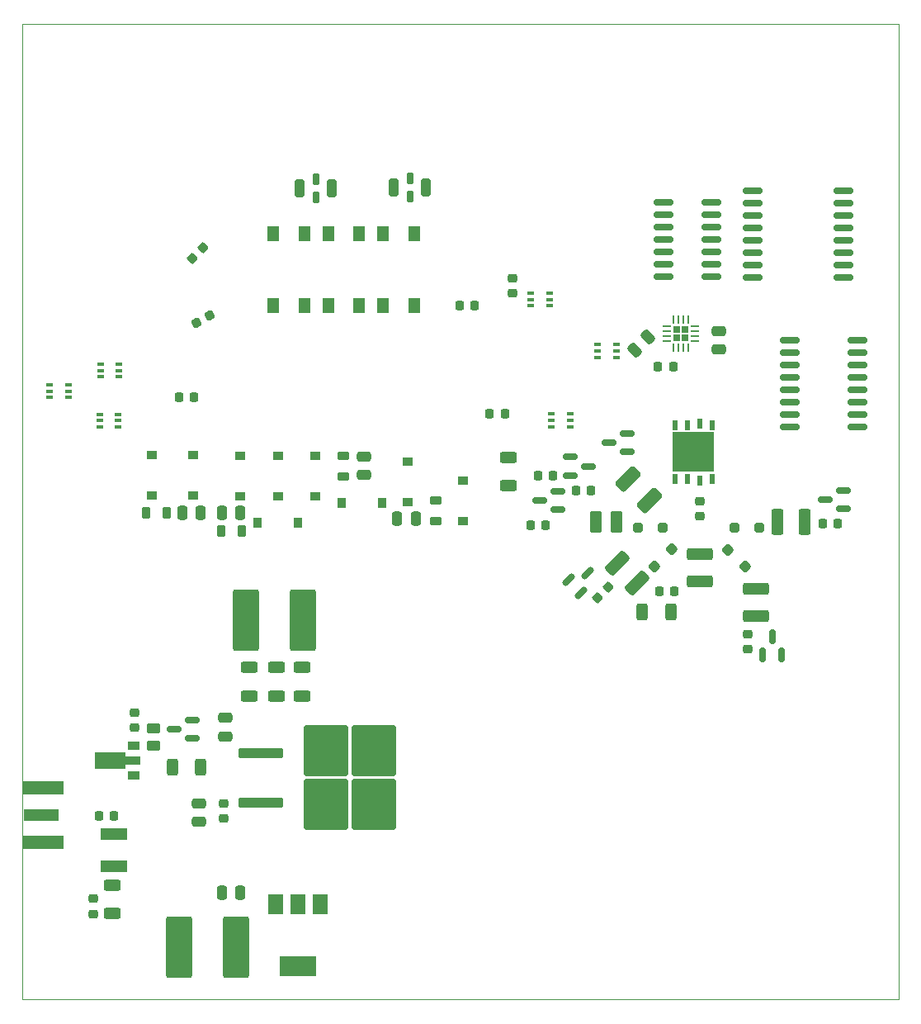
<source format=gbr>
%TF.GenerationSoftware,KiCad,Pcbnew,(7.0.0-0)*%
%TF.CreationDate,2023-05-05T21:57:13+02:00*%
%TF.ProjectId,Filter-forest-v3,46696c74-6572-42d6-966f-726573742d76,rev?*%
%TF.SameCoordinates,Original*%
%TF.FileFunction,Paste,Top*%
%TF.FilePolarity,Positive*%
%FSLAX46Y46*%
G04 Gerber Fmt 4.6, Leading zero omitted, Abs format (unit mm)*
G04 Created by KiCad (PCBNEW (7.0.0-0)) date 2023-05-05 21:57:13*
%MOMM*%
%LPD*%
G01*
G04 APERTURE LIST*
G04 Aperture macros list*
%AMRoundRect*
0 Rectangle with rounded corners*
0 $1 Rounding radius*
0 $2 $3 $4 $5 $6 $7 $8 $9 X,Y pos of 4 corners*
0 Add a 4 corners polygon primitive as box body*
4,1,4,$2,$3,$4,$5,$6,$7,$8,$9,$2,$3,0*
0 Add four circle primitives for the rounded corners*
1,1,$1+$1,$2,$3*
1,1,$1+$1,$4,$5*
1,1,$1+$1,$6,$7*
1,1,$1+$1,$8,$9*
0 Add four rect primitives between the rounded corners*
20,1,$1+$1,$2,$3,$4,$5,0*
20,1,$1+$1,$4,$5,$6,$7,0*
20,1,$1+$1,$6,$7,$8,$9,0*
20,1,$1+$1,$8,$9,$2,$3,0*%
%AMFreePoly0*
4,1,9,3.862500,-0.866500,0.737500,-0.866500,0.737500,-0.450000,-0.737500,-0.450000,-0.737500,0.450000,0.737500,0.450000,0.737500,0.866500,3.862500,0.866500,3.862500,-0.866500,3.862500,-0.866500,$1*%
G04 Aperture macros list end*
%ADD10RoundRect,0.250000X-0.375000X-0.850000X0.375000X-0.850000X0.375000X0.850000X-0.375000X0.850000X0*%
%ADD11RoundRect,0.062500X-0.062500X-0.337500X0.062500X-0.337500X0.062500X0.337500X-0.062500X0.337500X0*%
%ADD12RoundRect,0.062500X-0.337500X-0.062500X0.337500X-0.062500X0.337500X0.062500X-0.337500X0.062500X0*%
%ADD13RoundRect,0.185000X-0.185000X-0.185000X0.185000X-0.185000X0.185000X0.185000X-0.185000X0.185000X0*%
%ADD14RoundRect,0.250000X-0.475000X0.250000X-0.475000X-0.250000X0.475000X-0.250000X0.475000X0.250000X0*%
%ADD15RoundRect,0.250000X0.159099X-0.512652X0.512652X-0.159099X-0.159099X0.512652X-0.512652X0.159099X0*%
%ADD16RoundRect,0.225000X-0.225000X-0.250000X0.225000X-0.250000X0.225000X0.250000X-0.225000X0.250000X0*%
%ADD17R,2.700000X1.150000*%
%ADD18RoundRect,0.250000X-1.025305X-0.494975X-0.494975X-1.025305X1.025305X0.494975X0.494975X1.025305X0*%
%ADD19RoundRect,0.250000X-1.075000X0.375000X-1.075000X-0.375000X1.075000X-0.375000X1.075000X0.375000X0*%
%ADD20RoundRect,0.250000X0.375000X1.075000X-0.375000X1.075000X-0.375000X-1.075000X0.375000X-1.075000X0*%
%ADD21RoundRect,0.250000X1.075000X-0.375000X1.075000X0.375000X-1.075000X0.375000X-1.075000X-0.375000X0*%
%ADD22RoundRect,0.250000X0.250000X0.475000X-0.250000X0.475000X-0.250000X-0.475000X0.250000X-0.475000X0*%
%ADD23RoundRect,0.250000X-0.250000X-0.475000X0.250000X-0.475000X0.250000X0.475000X-0.250000X0.475000X0*%
%ADD24R,0.650000X0.400000*%
%ADD25RoundRect,0.250000X0.625000X-0.312500X0.625000X0.312500X-0.625000X0.312500X-0.625000X-0.312500X0*%
%ADD26RoundRect,0.150000X-0.825000X-0.150000X0.825000X-0.150000X0.825000X0.150000X-0.825000X0.150000X0*%
%ADD27RoundRect,0.249600X-0.270400X-0.650400X0.270400X-0.650400X0.270400X0.650400X-0.270400X0.650400X0*%
%ADD28RoundRect,0.152500X-0.152500X-0.470000X0.152500X-0.470000X0.152500X0.470000X-0.152500X0.470000X0*%
%ADD29RoundRect,0.250000X-0.625000X0.312500X-0.625000X-0.312500X0.625000X-0.312500X0.625000X0.312500X0*%
%ADD30RoundRect,0.150000X0.587500X0.150000X-0.587500X0.150000X-0.587500X-0.150000X0.587500X-0.150000X0*%
%ADD31RoundRect,0.150000X-0.309359X-0.521491X0.521491X0.309359X0.309359X0.521491X-0.521491X-0.309359X0*%
%ADD32RoundRect,0.225000X0.225000X0.250000X-0.225000X0.250000X-0.225000X-0.250000X0.225000X-0.250000X0*%
%ADD33RoundRect,0.225000X0.250000X-0.225000X0.250000X0.225000X-0.250000X0.225000X-0.250000X-0.225000X0*%
%ADD34RoundRect,0.218750X0.218750X0.381250X-0.218750X0.381250X-0.218750X-0.381250X0.218750X-0.381250X0*%
%ADD35RoundRect,0.250000X0.450000X-0.262500X0.450000X0.262500X-0.450000X0.262500X-0.450000X-0.262500X0*%
%ADD36R,1.000000X0.850000*%
%ADD37R,0.850000X1.000000*%
%ADD38RoundRect,0.250000X0.250000X0.250000X-0.250000X0.250000X-0.250000X-0.250000X0.250000X-0.250000X0*%
%ADD39RoundRect,0.225000X-0.250000X0.225000X-0.250000X-0.225000X0.250000X-0.225000X0.250000X0.225000X0*%
%ADD40RoundRect,0.250000X0.475000X-0.250000X0.475000X0.250000X-0.475000X0.250000X-0.475000X-0.250000X0*%
%ADD41RoundRect,0.250000X-2.050000X-0.300000X2.050000X-0.300000X2.050000X0.300000X-2.050000X0.300000X0*%
%ADD42RoundRect,0.250000X-2.025000X-2.375000X2.025000X-2.375000X2.025000X2.375000X-2.025000X2.375000X0*%
%ADD43RoundRect,0.250000X0.312500X0.625000X-0.312500X0.625000X-0.312500X-0.625000X0.312500X-0.625000X0*%
%ADD44RoundRect,0.250000X1.087500X2.900000X-1.087500X2.900000X-1.087500X-2.900000X1.087500X-2.900000X0*%
%ADD45RoundRect,0.250000X0.000000X-0.353553X0.353553X0.000000X0.000000X0.353553X-0.353553X0.000000X0*%
%ADD46RoundRect,0.225000X0.017678X-0.335876X0.335876X-0.017678X-0.017678X0.335876X-0.335876X0.017678X0*%
%ADD47R,0.510000X1.020000*%
%ADD48RoundRect,0.001000X-2.100000X2.010000X-2.100000X-2.010000X2.100000X-2.010000X2.100000X2.010000X0*%
%ADD49RoundRect,0.150000X-0.587500X-0.150000X0.587500X-0.150000X0.587500X0.150000X-0.587500X0.150000X0*%
%ADD50RoundRect,0.218750X0.381250X-0.218750X0.381250X0.218750X-0.381250X0.218750X-0.381250X-0.218750X0*%
%ADD51R,3.600000X1.270000*%
%ADD52R,4.200000X1.350000*%
%ADD53RoundRect,0.250000X-1.069499X-0.486136X-0.486136X-1.069499X1.069499X0.486136X0.486136X1.069499X0*%
%ADD54RoundRect,0.225000X-0.069856X-0.329006X0.319856X-0.104006X0.069856X0.329006X-0.319856X0.104006X0*%
%ADD55R,1.200000X1.600000*%
%ADD56RoundRect,0.250000X-0.250000X-0.250000X0.250000X-0.250000X0.250000X0.250000X-0.250000X0.250000X0*%
%ADD57RoundRect,0.150000X0.150000X-0.587500X0.150000X0.587500X-0.150000X0.587500X-0.150000X-0.587500X0*%
%ADD58RoundRect,0.250000X0.353553X0.000000X0.000000X0.353553X-0.353553X0.000000X0.000000X-0.353553X0*%
%ADD59RoundRect,0.150000X-0.875000X-0.150000X0.875000X-0.150000X0.875000X0.150000X-0.875000X0.150000X0*%
%ADD60RoundRect,0.150000X-0.837500X-0.150000X0.837500X-0.150000X0.837500X0.150000X-0.837500X0.150000X0*%
%ADD61R,1.300000X0.900000*%
%ADD62FreePoly0,180.000000*%
%ADD63R,1.500000X2.000000*%
%ADD64R,3.800000X2.000000*%
%TA.AperFunction,Profile*%
%ADD65C,0.100000*%
%TD*%
G04 APERTURE END LIST*
D10*
%TO.C,L116*%
X135032500Y-81000000D03*
X137182500Y-81000000D03*
%TD*%
D11*
%TO.C,U106*%
X143000000Y-60240000D03*
X143500000Y-60240000D03*
X144000000Y-60240000D03*
X144500000Y-60240000D03*
D12*
X145200000Y-60940000D03*
X145200000Y-61440000D03*
X145200000Y-61940000D03*
X145200000Y-62440000D03*
D11*
X144500000Y-63140000D03*
X144000000Y-63140000D03*
X143500000Y-63140000D03*
X143000000Y-63140000D03*
D12*
X142300000Y-62440000D03*
X142300000Y-61940000D03*
X142300000Y-61440000D03*
X142300000Y-60940000D03*
D13*
X143325000Y-61265000D03*
X144175000Y-62115000D03*
X143325000Y-62115000D03*
X144175000Y-61265000D03*
%TD*%
D14*
%TO.C,C119*%
X147640000Y-61440000D03*
X147640000Y-63340000D03*
%TD*%
D15*
%TO.C,C118*%
X139078249Y-63381751D03*
X140421751Y-62038249D03*
%TD*%
D16*
%TO.C,C117*%
X141435000Y-65100000D03*
X142985000Y-65100000D03*
%TD*%
D17*
%TO.C,L111*%
X85579999Y-116349999D03*
X85579999Y-113049999D03*
%TD*%
D18*
%TO.C,L119*%
X137300051Y-85290051D03*
X139279949Y-87269949D03*
%TD*%
D19*
%TO.C,L105*%
X145710000Y-84317500D03*
X145710000Y-87117500D03*
%TD*%
D20*
%TO.C,L121*%
X156500000Y-81050000D03*
X153700000Y-81050000D03*
%TD*%
D21*
%TO.C,L120*%
X151520000Y-90702500D03*
X151520000Y-87902500D03*
%TD*%
D22*
%TO.C,C109*%
X98580000Y-80100000D03*
X96680000Y-80100000D03*
%TD*%
D23*
%TO.C,C107*%
X92640000Y-80090000D03*
X94540000Y-80090000D03*
%TD*%
D24*
%TO.C,U107*%
X86119999Y-66149999D03*
X86119999Y-65499999D03*
X86119999Y-64849999D03*
X84219999Y-64849999D03*
X84219999Y-65499999D03*
X84219999Y-66149999D03*
%TD*%
D25*
%TO.C,R106*%
X126040000Y-77322500D03*
X126040000Y-74397500D03*
%TD*%
D26*
%TO.C,U105*%
X141975000Y-48280000D03*
X141975000Y-49550000D03*
X141975000Y-50820000D03*
X141975000Y-52090000D03*
X141975000Y-53360000D03*
X141975000Y-54630000D03*
X141975000Y-55900000D03*
X146925000Y-55900000D03*
X146925000Y-54630000D03*
X146925000Y-53360000D03*
X146925000Y-52090000D03*
X146925000Y-50820000D03*
X146925000Y-49550000D03*
X146925000Y-48280000D03*
%TD*%
D27*
%TO.C,FL104*%
X104700000Y-46790000D03*
D28*
X106325000Y-47717500D03*
D27*
X107950000Y-46790000D03*
D28*
X106325000Y-45862500D03*
%TD*%
D29*
%TO.C,R107*%
X104900000Y-95927500D03*
X104900000Y-98852500D03*
%TD*%
D30*
%TO.C,Q108*%
X160477500Y-79680000D03*
X160477500Y-77780000D03*
X158602500Y-78730000D03*
%TD*%
D31*
%TO.C,Q105*%
X132225336Y-86921161D03*
X133568839Y-88264664D03*
X134222913Y-86267087D03*
%TD*%
D32*
%TO.C,C150*%
X130652500Y-76290000D03*
X129102500Y-76290000D03*
%TD*%
D29*
%TO.C,R108*%
X102300000Y-95927500D03*
X102300000Y-98852500D03*
%TD*%
D33*
%TO.C,C137*%
X83500000Y-121215000D03*
X83500000Y-119665000D03*
%TD*%
D34*
%TO.C,L102*%
X98732500Y-81960000D03*
X96607500Y-81960000D03*
%TD*%
D35*
%TO.C,L112*%
X89680000Y-104002500D03*
X89680000Y-102177500D03*
%TD*%
D36*
%TO.C,C102*%
X89509999Y-78344999D03*
X89509999Y-74194999D03*
%TD*%
D22*
%TO.C,C113*%
X116560000Y-80700000D03*
X114660000Y-80700000D03*
%TD*%
D36*
%TO.C,C104*%
X102459999Y-74254999D03*
X102459999Y-78404999D03*
%TD*%
D24*
%TO.C,U115*%
X128389999Y-57569999D03*
X128389999Y-58219999D03*
X128389999Y-58869999D03*
X130289999Y-58869999D03*
X130289999Y-58219999D03*
X130289999Y-57569999D03*
%TD*%
D33*
%TO.C,C153*%
X96837500Y-111445000D03*
X96837500Y-109895000D03*
%TD*%
D37*
%TO.C,C105*%
X113124999Y-79059999D03*
X108974999Y-79059999D03*
%TD*%
D16*
%TO.C,C129*%
X84070000Y-111160000D03*
X85620000Y-111160000D03*
%TD*%
D38*
%TO.C,D109*%
X151780000Y-81620000D03*
X149280000Y-81620000D03*
%TD*%
D29*
%TO.C,R105*%
X99470000Y-95927500D03*
X99470000Y-98852500D03*
%TD*%
D39*
%TO.C,C143*%
X145750000Y-78895000D03*
X145750000Y-80445000D03*
%TD*%
D30*
%TO.C,Q110*%
X138297500Y-73860000D03*
X138297500Y-71960000D03*
X136422500Y-72910000D03*
%TD*%
D29*
%TO.C,R102*%
X85480000Y-118267500D03*
X85480000Y-121192500D03*
%TD*%
D16*
%TO.C,C115*%
X121085000Y-58870000D03*
X122635000Y-58870000D03*
%TD*%
D40*
%TO.C,C111*%
X111290000Y-76220000D03*
X111290000Y-74320000D03*
%TD*%
D41*
%TO.C,U112*%
X100670000Y-104690000D03*
D42*
X107395000Y-104455000D03*
X107395000Y-110005000D03*
X112245000Y-104455000D03*
X112245000Y-110005000D03*
D41*
X100670000Y-109770000D03*
%TD*%
D36*
%TO.C,C106*%
X121459999Y-76744999D03*
X121459999Y-80894999D03*
%TD*%
D22*
%TO.C,C152*%
X98572500Y-119000000D03*
X96672500Y-119000000D03*
%TD*%
D30*
%TO.C,Q102*%
X131147500Y-79760000D03*
X131147500Y-77860000D03*
X129272500Y-78810000D03*
%TD*%
D16*
%TO.C,C131*%
X92275000Y-68250000D03*
X93825000Y-68250000D03*
%TD*%
D27*
%TO.C,FL105*%
X114350000Y-46740000D03*
D28*
X115975000Y-47667500D03*
D27*
X117600000Y-46740000D03*
D28*
X115975000Y-45812500D03*
%TD*%
D33*
%TO.C,C157*%
X150610000Y-94047500D03*
X150610000Y-92497500D03*
%TD*%
D24*
%TO.C,U104*%
X80929999Y-68269999D03*
X80929999Y-67619999D03*
X80929999Y-66969999D03*
X79029999Y-66969999D03*
X79029999Y-67619999D03*
X79029999Y-68269999D03*
%TD*%
D36*
%TO.C,C112*%
X106279999Y-74264999D03*
X106279999Y-78414999D03*
%TD*%
D43*
%TO.C,R104*%
X142732500Y-90240000D03*
X139807500Y-90240000D03*
%TD*%
D24*
%TO.C,U114*%
X135259999Y-62849999D03*
X135259999Y-63499999D03*
X135259999Y-64149999D03*
X137159999Y-64149999D03*
X137159999Y-63499999D03*
X137159999Y-62849999D03*
%TD*%
D44*
%TO.C,C151*%
X98152500Y-124580000D03*
X92277500Y-124580000D03*
%TD*%
%TO.C,C154*%
X104992500Y-91110000D03*
X99117500Y-91110000D03*
%TD*%
D45*
%TO.C,D106*%
X141046117Y-85588883D03*
X142813883Y-83821117D03*
%TD*%
D46*
%TO.C,C149*%
X135251992Y-88838008D03*
X136348008Y-87741992D03*
%TD*%
D47*
%TO.C,U109*%
X146992499Y-71104999D03*
X144452499Y-71104999D03*
X143182499Y-71104999D03*
D48*
X145087500Y-73860000D03*
D47*
X146992499Y-76614999D03*
X144452499Y-76614999D03*
X143182499Y-76614999D03*
X145727499Y-70979999D03*
X145727499Y-76759999D03*
%TD*%
D34*
%TO.C,L101*%
X91012500Y-80050000D03*
X88887500Y-80050000D03*
%TD*%
D32*
%TO.C,C158*%
X159855000Y-81220000D03*
X158305000Y-81220000D03*
%TD*%
D24*
%TO.C,U113*%
X130489999Y-69949999D03*
X130489999Y-70599999D03*
X130489999Y-71249999D03*
X132389999Y-71249999D03*
X132389999Y-70599999D03*
X132389999Y-69949999D03*
%TD*%
D49*
%TO.C,Q104*%
X132410000Y-74370000D03*
X132410000Y-76270000D03*
X134285000Y-75320000D03*
%TD*%
D16*
%TO.C,C144*%
X128355000Y-81320000D03*
X129905000Y-81320000D03*
%TD*%
D50*
%TO.C,L103*%
X109140000Y-76332500D03*
X109140000Y-74207500D03*
%TD*%
D39*
%TO.C,C116*%
X126480000Y-56015000D03*
X126480000Y-57565000D03*
%TD*%
D24*
%TO.C,U108*%
X86059999Y-71269999D03*
X86059999Y-70619999D03*
X86059999Y-69969999D03*
X84159999Y-69969999D03*
X84159999Y-70619999D03*
X84159999Y-71269999D03*
%TD*%
D36*
%TO.C,C103*%
X98599999Y-78374999D03*
X98599999Y-74224999D03*
%TD*%
D51*
%TO.C,J102*%
X78132499Y-111079999D03*
D52*
X78332499Y-108254999D03*
X78332499Y-113904999D03*
%TD*%
D53*
%TO.C,L117*%
X138345146Y-76595146D03*
X140554854Y-78804854D03*
%TD*%
D54*
%TO.C,C133*%
X94098830Y-60637500D03*
X95441170Y-59862500D03*
%TD*%
D55*
%TO.C,FL109*%
X101939999Y-51459999D03*
X101939999Y-51459999D03*
X101939999Y-58859999D03*
X101939999Y-58859999D03*
X116439999Y-58859999D03*
X116439999Y-51459999D03*
X105139999Y-51459999D03*
X105139999Y-58859999D03*
X107589999Y-51459999D03*
X107589999Y-58859999D03*
X110789999Y-51459999D03*
X110789999Y-58859999D03*
X113239999Y-51459999D03*
X113239999Y-58859999D03*
%TD*%
D56*
%TO.C,D104*%
X139390000Y-81605000D03*
X141890000Y-81605000D03*
%TD*%
D40*
%TO.C,C155*%
X94357500Y-111780000D03*
X94357500Y-109880000D03*
%TD*%
%TO.C,C156*%
X97050000Y-103020000D03*
X97050000Y-101120000D03*
%TD*%
D57*
%TO.C,Q107*%
X152190000Y-94682500D03*
X154090000Y-94682500D03*
X153140000Y-92807500D03*
%TD*%
D58*
%TO.C,D107*%
X150343883Y-85623883D03*
X148576117Y-83856117D03*
%TD*%
D33*
%TO.C,C130*%
X87700000Y-102085000D03*
X87700000Y-100535000D03*
%TD*%
D59*
%TO.C,U101*%
X151140000Y-47100000D03*
X151140000Y-48370000D03*
X151140000Y-49640000D03*
X151140000Y-50910000D03*
X151140000Y-52180000D03*
X151140000Y-53450000D03*
X151140000Y-54720000D03*
X151140000Y-55990000D03*
X160440000Y-55990000D03*
X160440000Y-54720000D03*
X160440000Y-53450000D03*
X160440000Y-52180000D03*
X160440000Y-50910000D03*
X160440000Y-49640000D03*
X160440000Y-48370000D03*
X160440000Y-47100000D03*
%TD*%
D60*
%TO.C,U102*%
X154980000Y-62380000D03*
X154980000Y-63650000D03*
X154980000Y-64920000D03*
X154980000Y-66190000D03*
X154980000Y-67460000D03*
X154980000Y-68730000D03*
X154980000Y-70000000D03*
X154980000Y-71270000D03*
X161905000Y-71270000D03*
X161905000Y-70000000D03*
X161905000Y-68730000D03*
X161905000Y-67460000D03*
X161905000Y-66190000D03*
X161905000Y-64920000D03*
X161905000Y-63650000D03*
X161905000Y-62380000D03*
%TD*%
D50*
%TO.C,L104*%
X118620000Y-80912500D03*
X118620000Y-78787500D03*
%TD*%
D37*
%TO.C,C110*%
X100379999Y-81109999D03*
X104529999Y-81109999D03*
%TD*%
D43*
%TO.C,R103*%
X94532500Y-106170000D03*
X91607500Y-106170000D03*
%TD*%
D16*
%TO.C,C101*%
X124165000Y-69950000D03*
X125715000Y-69950000D03*
%TD*%
D61*
%TO.C,U103*%
X87659999Y-106979999D03*
D62*
X87572500Y-105480000D03*
D61*
X87659999Y-103979999D03*
%TD*%
D36*
%TO.C,C108*%
X93729999Y-78344999D03*
X93729999Y-74194999D03*
%TD*%
%TO.C,C114*%
X115749999Y-79014999D03*
X115749999Y-74864999D03*
%TD*%
D30*
%TO.C,Q101*%
X93637500Y-103200000D03*
X93637500Y-101300000D03*
X91762500Y-102250000D03*
%TD*%
D16*
%TO.C,C141*%
X141585000Y-88090000D03*
X143135000Y-88090000D03*
%TD*%
D46*
%TO.C,C138*%
X93651992Y-54028008D03*
X94748008Y-52931992D03*
%TD*%
D16*
%TO.C,C147*%
X133022500Y-77820000D03*
X134572500Y-77820000D03*
%TD*%
D63*
%TO.C,U111*%
X106772499Y-120259999D03*
X104472499Y-120259999D03*
D64*
X104472499Y-126559999D03*
D63*
X102172499Y-120259999D03*
%TD*%
D65*
X76228804Y-30004383D02*
X166158804Y-30004383D01*
X166158804Y-30004383D02*
X166158804Y-129944383D01*
X166158804Y-129944383D02*
X76228804Y-129944383D01*
X76228804Y-129944383D02*
X76228804Y-30004383D01*
M02*

</source>
